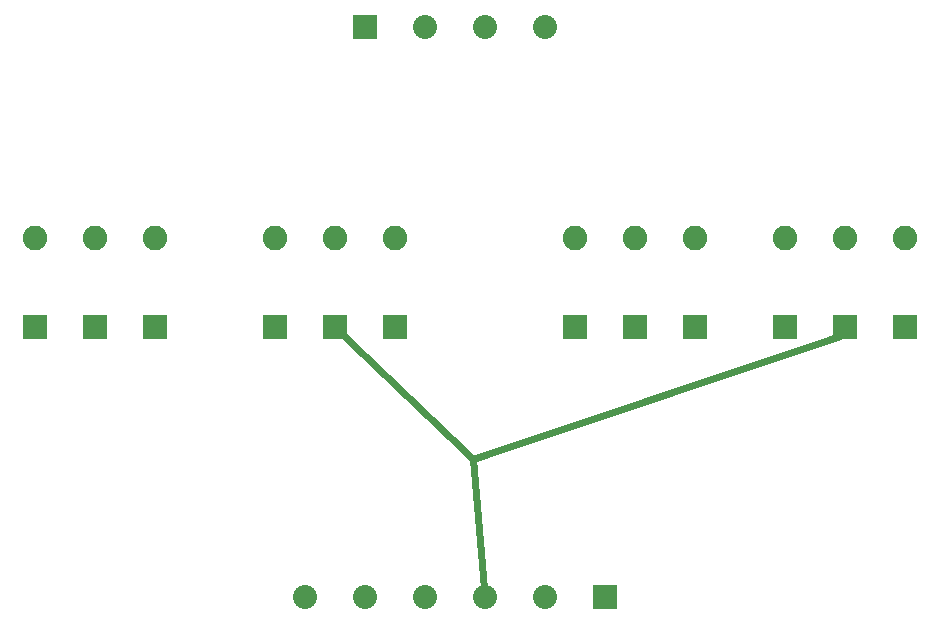
<source format=gbl>
G04 MADE WITH FRITZING*
G04 WWW.FRITZING.ORG*
G04 DOUBLE SIDED*
G04 HOLES PLATED*
G04 CONTOUR ON CENTER OF CONTOUR VECTOR*
%ASAXBY*%
%FSLAX23Y23*%
%MOIN*%
%OFA0B0*%
%SFA1.0B1.0*%
%ADD10C,0.080000*%
%ADD11C,0.082000*%
%ADD12R,0.080000X0.080000*%
%ADD13R,0.082000X0.082000*%
%ADD14C,0.024000*%
%LNCOPPER0*%
G90*
G70*
G54D10*
X1500Y2334D03*
X1700Y2334D03*
X1900Y2334D03*
X2100Y2334D03*
X2300Y434D03*
X2100Y434D03*
X1900Y434D03*
X1700Y434D03*
X1500Y434D03*
X1300Y434D03*
G54D11*
X400Y1334D03*
X400Y1632D03*
X800Y1334D03*
X800Y1632D03*
X600Y1334D03*
X600Y1632D03*
X1200Y1334D03*
X1200Y1632D03*
X1600Y1334D03*
X1600Y1632D03*
X3300Y1334D03*
X3300Y1632D03*
X2900Y1334D03*
X2900Y1632D03*
X2600Y1334D03*
X2600Y1632D03*
X3100Y1334D03*
X3100Y1632D03*
X1400Y1334D03*
X1400Y1632D03*
X2400Y1334D03*
X2400Y1632D03*
X2200Y1334D03*
X2200Y1632D03*
G54D12*
X1500Y2334D03*
X2300Y434D03*
G54D13*
X400Y1333D03*
X800Y1333D03*
X600Y1333D03*
X1200Y1333D03*
X1600Y1333D03*
X3300Y1333D03*
X2900Y1333D03*
X2600Y1333D03*
X3100Y1333D03*
X1400Y1333D03*
X2400Y1333D03*
X2200Y1333D03*
G54D14*
X1897Y465D02*
X1860Y896D01*
X1860Y896D02*
X1423Y1312D01*
D02*
X3085Y1305D02*
X3084Y1304D01*
X3084Y1304D02*
X1860Y896D01*
G04 End of Copper0*
M02*
</source>
